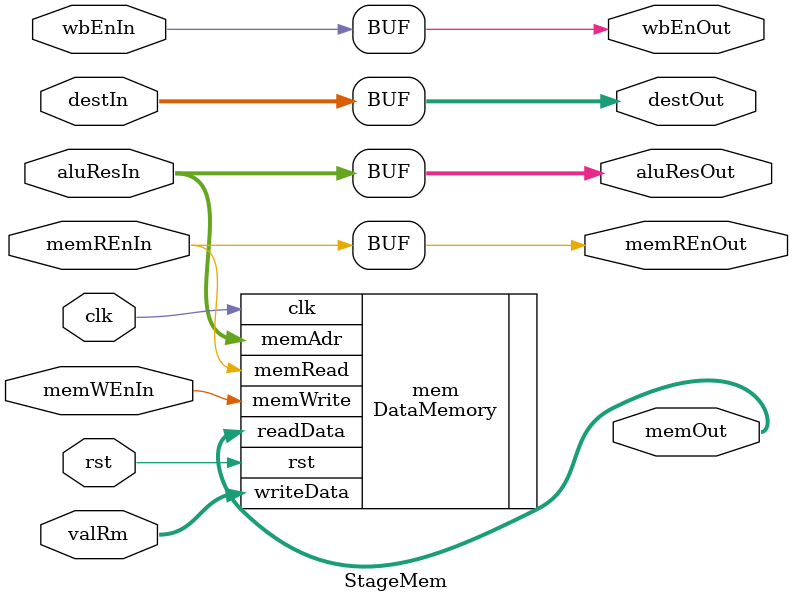
<source format=v>
module StageMem(
    input clk, rst,
    input wbEnIn, memREnIn, memWEnIn,
    input [31:0] aluResIn, valRm,
    input [3:0] destIn,
    output wbEnOut, memREnOut,
    output [31:0] aluResOut, memOut,
    output [3:0] destOut
);
    assign wbEnOut = wbEnIn;
    assign memREnOut = memREnIn;
    assign aluResOut = aluResIn;
    assign destOut = destIn;

    DataMemory mem(
        .clk(clk),
        .rst(rst),
        .memAdr(aluResIn),
        .writeData(valRm),
        .memRead(memREnIn),
        .memWrite(memWEnIn),
        .readData(memOut)
    );
endmodule
</source>
